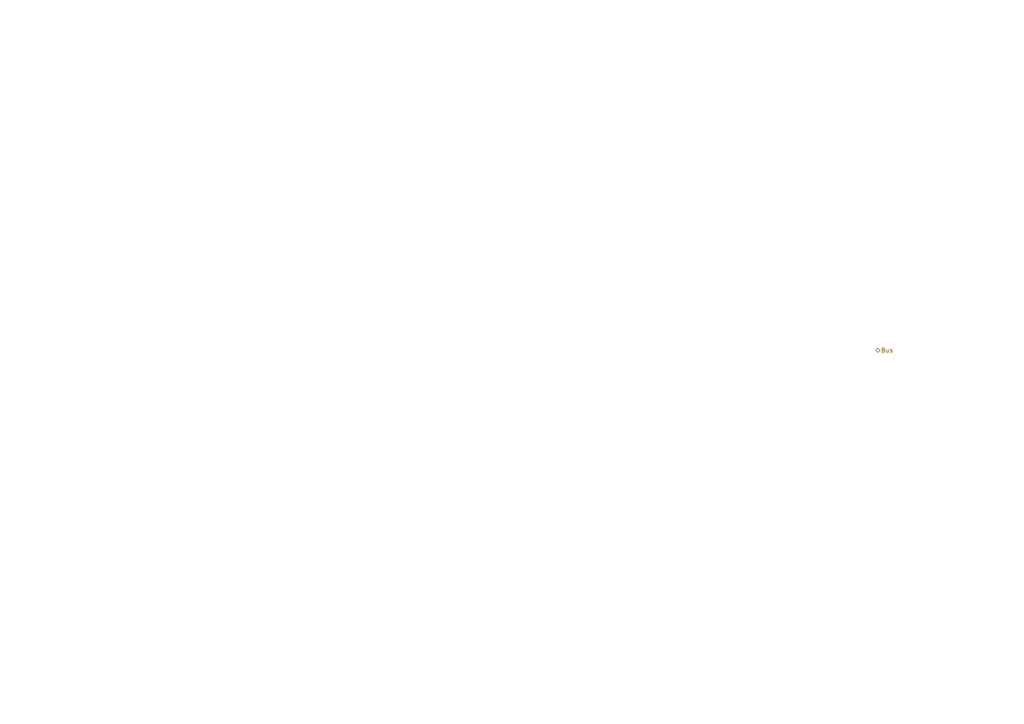
<source format=kicad_sch>
(kicad_sch (version 20211123) (generator eeschema)
  (paper "A4")
  (lib_symbols)
  (hierarchical_label "Bus" (shape bidirectional) (at 254 101.6 0))
)
</source>
